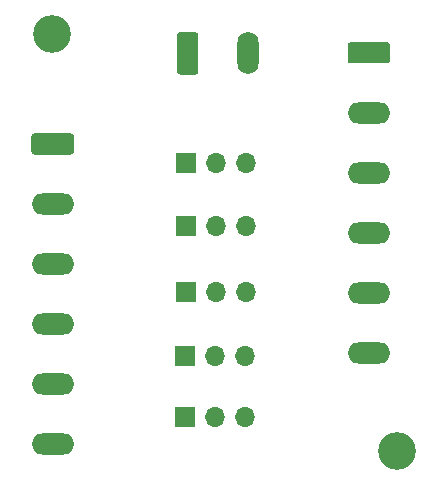
<source format=gbr>
%TF.GenerationSoftware,KiCad,Pcbnew,(5.1.7)-1*%
%TF.CreationDate,2020-12-28T14:37:07+01:00*%
%TF.ProjectId,control_neumatica,636f6e74-726f-46c5-9f6e-65756d617469,rev?*%
%TF.SameCoordinates,Original*%
%TF.FileFunction,Soldermask,Bot*%
%TF.FilePolarity,Negative*%
%FSLAX46Y46*%
G04 Gerber Fmt 4.6, Leading zero omitted, Abs format (unit mm)*
G04 Created by KiCad (PCBNEW (5.1.7)-1) date 2020-12-28 14:37:07*
%MOMM*%
%LPD*%
G01*
G04 APERTURE LIST*
%ADD10O,3.600000X1.800000*%
%ADD11O,1.700000X1.700000*%
%ADD12R,1.700000X1.700000*%
%ADD13O,1.800000X3.600000*%
%ADD14C,3.200000*%
G04 APERTURE END LIST*
D10*
%TO.C,SALIDAS                12V*%
X151790400Y-68173600D03*
X151790400Y-63093600D03*
X151790400Y-58013600D03*
X151790400Y-52933600D03*
X151790400Y-47853600D03*
G36*
G01*
X150240400Y-41873600D02*
X153340400Y-41873600D01*
G75*
G02*
X153590400Y-42123600I0J-250000D01*
G01*
X153590400Y-43423600D01*
G75*
G02*
X153340400Y-43673600I-250000J0D01*
G01*
X150240400Y-43673600D01*
G75*
G02*
X149990400Y-43423600I0J250000D01*
G01*
X149990400Y-42123600D01*
G75*
G02*
X150240400Y-41873600I250000J0D01*
G01*
G37*
%TD*%
D11*
%TO.C,S   D   G*%
X141325600Y-73609200D03*
X138785600Y-73609200D03*
D12*
X136245600Y-73609200D03*
%TD*%
D11*
%TO.C, *%
X141325600Y-68427600D03*
X138785600Y-68427600D03*
D12*
X136245600Y-68427600D03*
%TD*%
D11*
%TO.C, *%
X141376400Y-62992000D03*
X138836400Y-62992000D03*
D12*
X136296400Y-62992000D03*
%TD*%
D11*
%TO.C, *%
X141376400Y-57454800D03*
X138836400Y-57454800D03*
D12*
X136296400Y-57454800D03*
%TD*%
D11*
%TO.C, *%
X141376400Y-52120800D03*
X138836400Y-52120800D03*
D12*
X136296400Y-52120800D03*
%TD*%
D13*
%TO.C,GND      12V*%
X141528800Y-42824400D03*
G36*
G01*
X135548800Y-44374400D02*
X135548800Y-41274400D01*
G75*
G02*
X135798800Y-41024400I250000J0D01*
G01*
X137098800Y-41024400D01*
G75*
G02*
X137348800Y-41274400I0J-250000D01*
G01*
X137348800Y-44374400D01*
G75*
G02*
X137098800Y-44624400I-250000J0D01*
G01*
X135798800Y-44624400D01*
G75*
G02*
X135548800Y-44374400I0J250000D01*
G01*
G37*
%TD*%
D10*
%TO.C,X              ENTRADAS*%
X125018800Y-75895200D03*
X125018800Y-70815200D03*
X125018800Y-65735200D03*
X125018800Y-60655200D03*
X125018800Y-55575200D03*
G36*
G01*
X123468800Y-49595200D02*
X126568800Y-49595200D01*
G75*
G02*
X126818800Y-49845200I0J-250000D01*
G01*
X126818800Y-51145200D01*
G75*
G02*
X126568800Y-51395200I-250000J0D01*
G01*
X123468800Y-51395200D01*
G75*
G02*
X123218800Y-51145200I0J250000D01*
G01*
X123218800Y-49845200D01*
G75*
G02*
X123468800Y-49595200I250000J0D01*
G01*
G37*
%TD*%
D14*
%TO.C, *%
X124968000Y-41198800D03*
%TD*%
%TO.C, *%
X154178000Y-76454000D03*
%TD*%
M02*

</source>
